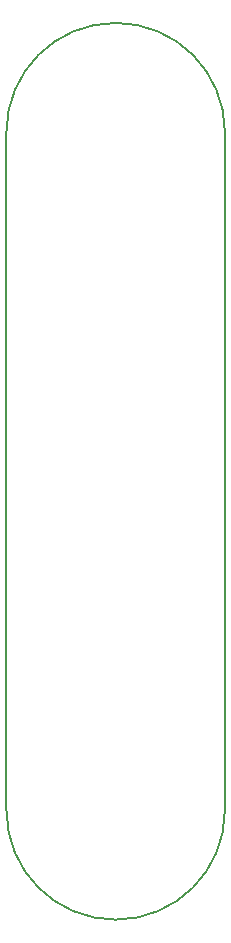
<source format=gm1>
%TF.GenerationSoftware,KiCad,Pcbnew,5.0.0+dfsg1-2*%
%TF.CreationDate,2019-02-10T19:26:03+01:00*%
%TF.ProjectId,yatara-puno-mx-3,7961746172612D70756E6F2D6D782D33,0.2*%
%TF.SameCoordinates,Original*%
%TF.FileFunction,Profile,NP*%
%FSLAX46Y46*%
G04 Gerber Fmt 4.6, Leading zero omitted, Abs format (unit mm)*
G04 Created by KiCad (PCBNEW 5.0.0+dfsg1-2) date Sun Feb 10 19:26:03 2019*
%MOMM*%
%LPD*%
G01*
G04 APERTURE LIST*
%ADD10C,0.150000*%
G04 APERTURE END LIST*
D10*
X64750000Y-33387500D02*
X64750000Y-90812500D01*
X83250000Y-33387500D02*
X83250000Y-90812500D01*
X83250000Y-90812500D02*
G75*
G02X64750000Y-90812500I-9250000J0D01*
G01*
X64750000Y-33387500D02*
G75*
G02X83250000Y-33387500I9250000J0D01*
G01*
M02*

</source>
